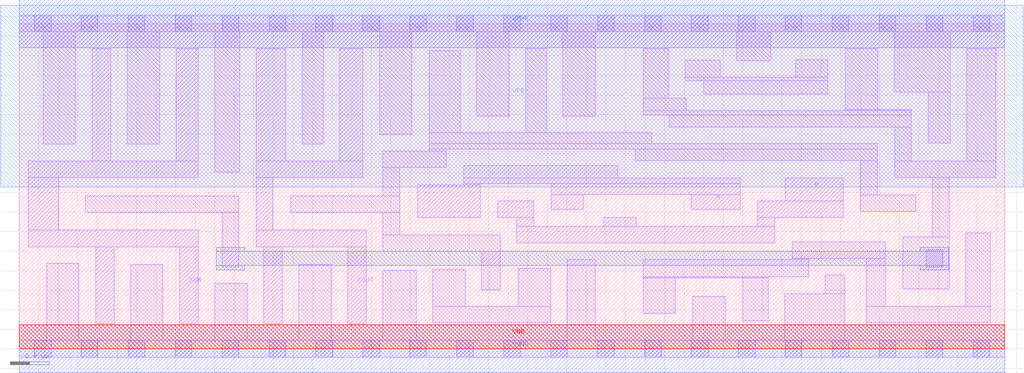
<source format=lef>
# Copyright 2020 The SkyWater PDK Authors
#
# Licensed under the Apache License, Version 2.0 (the "License");
# you may not use this file except in compliance with the License.
# You may obtain a copy of the License at
#
#     https://www.apache.org/licenses/LICENSE-2.0
#
# Unless required by applicable law or agreed to in writing, software
# distributed under the License is distributed on an "AS IS" BASIS,
# WITHOUT WARRANTIES OR CONDITIONS OF ANY KIND, either express or implied.
# See the License for the specific language governing permissions and
# limitations under the License.
#
# SPDX-License-Identifier: Apache-2.0

VERSION 5.7 ;
  NOWIREEXTENSIONATPIN ON ;
  DIVIDERCHAR "/" ;
  BUSBITCHARS "[]" ;
MACRO sky130_fd_sc_lp__ha_4
  CLASS CORE ;
  FOREIGN sky130_fd_sc_lp__ha_4 ;
  ORIGIN  0.000000  0.000000 ;
  SIZE  10.08000 BY  3.330000 ;
  SYMMETRY X Y R90 ;
  SITE unit ;
  PIN A
    ANTENNAGATEAREA  1.260000 ;
    DIRECTION INPUT ;
    USE SIGNAL ;
    PORT
      LAYER li1 ;
        RECT 4.075000 1.345000 4.715000 1.675000 ;
        RECT 4.545000 1.675000 4.715000 1.695000 ;
        RECT 4.545000 1.695000 7.375000 1.750000 ;
        RECT 4.545000 1.750000 6.120000 1.875000 ;
        RECT 5.440000 1.425000 5.770000 1.580000 ;
        RECT 5.440000 1.580000 7.375000 1.695000 ;
        RECT 6.875000 1.425000 7.375000 1.580000 ;
    END
  END A
  PIN B
    ANTENNAGATEAREA  1.260000 ;
    DIRECTION INPUT ;
    USE SIGNAL ;
    PORT
      LAYER li1 ;
        RECT 4.895000 1.345000 5.260000 1.515000 ;
        RECT 5.090000 1.085000 7.725000 1.255000 ;
        RECT 5.090000 1.255000 5.260000 1.345000 ;
        RECT 5.980000 1.255000 6.310000 1.345000 ;
        RECT 7.555000 1.255000 7.725000 1.345000 ;
        RECT 7.555000 1.345000 8.425000 1.515000 ;
        RECT 7.835000 1.515000 8.425000 1.750000 ;
    END
  END B
  PIN COUT
    ANTENNADIFFAREA  1.176000 ;
    DIRECTION OUTPUT ;
    USE SIGNAL ;
    PORT
      LAYER li1 ;
        RECT 2.425000 1.045000 3.550000 1.215000 ;
        RECT 2.425000 1.215000 2.595000 1.755000 ;
        RECT 2.425000 1.755000 3.515000 1.925000 ;
        RECT 2.425000 1.925000 2.725000 3.075000 ;
        RECT 2.500000 0.255000 2.690000 1.045000 ;
        RECT 3.280000 1.925000 3.515000 3.075000 ;
        RECT 3.360000 0.255000 3.550000 1.045000 ;
    END
  END COUT
  PIN SUM
    ANTENNADIFFAREA  1.176000 ;
    DIRECTION OUTPUT ;
    USE SIGNAL ;
    PORT
      LAYER li1 ;
        RECT 0.090000 1.045000 1.830000 1.215000 ;
        RECT 0.090000 1.215000 0.405000 1.755000 ;
        RECT 0.090000 1.755000 1.830000 1.925000 ;
        RECT 0.745000 1.925000 0.935000 3.075000 ;
        RECT 0.780000 0.255000 0.970000 1.045000 ;
        RECT 1.605000 1.925000 1.830000 3.075000 ;
        RECT 1.640000 0.255000 1.830000 1.045000 ;
    END
  END SUM
  PIN VGND
    DIRECTION INOUT ;
    USE GROUND ;
    PORT
      LAYER met1 ;
        RECT 0.000000 -0.245000 10.080000 0.245000 ;
    END
  END VGND
  PIN VNB
    DIRECTION INOUT ;
    USE GROUND ;
    PORT
      LAYER pwell ;
        RECT 0.000000 0.000000 10.080000 0.245000 ;
    END
  END VNB
  PIN VPB
    DIRECTION INOUT ;
    USE POWER ;
    PORT
      LAYER nwell ;
        RECT -0.190000 1.655000 10.270000 3.520000 ;
    END
  END VPB
  PIN VPWR
    DIRECTION INOUT ;
    USE POWER ;
    PORT
      LAYER met1 ;
        RECT 0.000000 3.085000 10.080000 3.575000 ;
    END
  END VPWR
  OBS
    LAYER li1 ;
      RECT 0.000000 -0.085000 10.080000 0.085000 ;
      RECT 0.000000  3.245000 10.080000 3.415000 ;
      RECT 0.245000  2.095000  0.575000 3.245000 ;
      RECT 0.280000  0.085000  0.610000 0.875000 ;
      RECT 0.675000  1.395000  2.245000 1.565000 ;
      RECT 1.105000  2.095000  1.435000 3.245000 ;
      RECT 1.140000  0.085000  1.470000 0.865000 ;
      RECT 2.000000  0.085000  2.330000 0.670000 ;
      RECT 2.000000  1.810000  2.255000 3.245000 ;
      RECT 2.075000  0.840000  2.245000 1.395000 ;
      RECT 2.775000  1.395000  3.890000 1.565000 ;
      RECT 2.860000  0.085000  3.190000 0.865000 ;
      RECT 2.895000  2.095000  3.110000 3.245000 ;
      RECT 3.685000  2.195000  4.015000 3.245000 ;
      RECT 3.720000  0.085000  4.060000 0.805000 ;
      RECT 3.720000  0.995000  4.920000 1.165000 ;
      RECT 3.720000  1.165000  3.890000 1.395000 ;
      RECT 3.720000  1.565000  3.890000 1.855000 ;
      RECT 3.720000  1.855000  4.365000 2.025000 ;
      RECT 4.195000  2.025000  4.365000 2.045000 ;
      RECT 4.195000  2.045000  8.775000 2.100000 ;
      RECT 4.195000  2.100000  6.470000 2.215000 ;
      RECT 4.195000  2.215000  4.510000 3.055000 ;
      RECT 4.230000  0.265000  5.435000 0.435000 ;
      RECT 4.230000  0.435000  4.560000 0.815000 ;
      RECT 4.680000  2.385000  5.010000 3.245000 ;
      RECT 4.730000  0.605000  4.920000 0.995000 ;
      RECT 5.105000  0.435000  5.435000 0.825000 ;
      RECT 5.180000  2.215000  5.390000 3.075000 ;
      RECT 5.560000  2.385000  5.890000 3.245000 ;
      RECT 5.605000  0.085000  5.890000 0.915000 ;
      RECT 6.300000  1.930000  8.775000 2.045000 ;
      RECT 6.380000  0.365000  6.710000 0.725000 ;
      RECT 6.380000  0.725000  7.660000 0.735000 ;
      RECT 6.380000  0.735000  8.075000 0.915000 ;
      RECT 6.380000  2.395000  9.125000 2.440000 ;
      RECT 6.380000  2.440000  6.820000 2.565000 ;
      RECT 6.380000  2.565000  6.640000 3.075000 ;
      RECT 6.650000  2.270000  9.125000 2.395000 ;
      RECT 6.810000  2.745000  8.270000 2.780000 ;
      RECT 6.810000  2.780000  7.170000 2.955000 ;
      RECT 6.890000  0.085000  7.220000 0.535000 ;
      RECT 7.000000  2.610000  8.270000 2.745000 ;
      RECT 7.340000  2.950000  7.685000 3.245000 ;
      RECT 7.400000  0.285000  7.660000 0.725000 ;
      RECT 7.830000  0.085000  8.445000 0.565000 ;
      RECT 7.905000  0.915000  8.075000 0.925000 ;
      RECT 7.905000  0.925000  8.855000 1.095000 ;
      RECT 7.940000  2.780000  8.270000 2.960000 ;
      RECT 8.245000  0.565000  8.445000 0.755000 ;
      RECT 8.450000  2.440000  9.125000 2.450000 ;
      RECT 8.450000  2.450000  8.780000 3.075000 ;
      RECT 8.605000  1.405000  9.170000 1.575000 ;
      RECT 8.605000  1.575000  8.775000 1.930000 ;
      RECT 8.665000  0.265000  9.930000 0.435000 ;
      RECT 8.665000  0.435000  8.855000 0.925000 ;
      RECT 8.950000  2.630000  9.520000 3.245000 ;
      RECT 8.955000  1.755000  9.985000 1.925000 ;
      RECT 8.955000  1.925000  9.125000 2.270000 ;
      RECT 9.035000  0.615000  9.510000 1.145000 ;
      RECT 9.295000  2.105000  9.520000 2.630000 ;
      RECT 9.340000  1.145000  9.510000 1.755000 ;
      RECT 9.680000  0.435000  9.930000 1.185000 ;
      RECT 9.690000  1.925000  9.985000 3.075000 ;
    LAYER mcon ;
      RECT 0.155000 -0.085000 0.325000 0.085000 ;
      RECT 0.155000  3.245000 0.325000 3.415000 ;
      RECT 0.635000 -0.085000 0.805000 0.085000 ;
      RECT 0.635000  3.245000 0.805000 3.415000 ;
      RECT 1.115000 -0.085000 1.285000 0.085000 ;
      RECT 1.115000  3.245000 1.285000 3.415000 ;
      RECT 1.595000 -0.085000 1.765000 0.085000 ;
      RECT 1.595000  3.245000 1.765000 3.415000 ;
      RECT 2.075000 -0.085000 2.245000 0.085000 ;
      RECT 2.075000  3.245000 2.245000 3.415000 ;
      RECT 2.555000 -0.085000 2.725000 0.085000 ;
      RECT 2.555000  3.245000 2.725000 3.415000 ;
      RECT 3.035000 -0.085000 3.205000 0.085000 ;
      RECT 3.035000  3.245000 3.205000 3.415000 ;
      RECT 3.515000 -0.085000 3.685000 0.085000 ;
      RECT 3.515000  3.245000 3.685000 3.415000 ;
      RECT 3.995000 -0.085000 4.165000 0.085000 ;
      RECT 3.995000  3.245000 4.165000 3.415000 ;
      RECT 4.475000 -0.085000 4.645000 0.085000 ;
      RECT 4.475000  3.245000 4.645000 3.415000 ;
      RECT 4.955000 -0.085000 5.125000 0.085000 ;
      RECT 4.955000  3.245000 5.125000 3.415000 ;
      RECT 5.435000 -0.085000 5.605000 0.085000 ;
      RECT 5.435000  3.245000 5.605000 3.415000 ;
      RECT 5.915000 -0.085000 6.085000 0.085000 ;
      RECT 5.915000  3.245000 6.085000 3.415000 ;
      RECT 6.395000 -0.085000 6.565000 0.085000 ;
      RECT 6.395000  3.245000 6.565000 3.415000 ;
      RECT 6.875000 -0.085000 7.045000 0.085000 ;
      RECT 6.875000  3.245000 7.045000 3.415000 ;
      RECT 7.355000 -0.085000 7.525000 0.085000 ;
      RECT 7.355000  3.245000 7.525000 3.415000 ;
      RECT 7.835000 -0.085000 8.005000 0.085000 ;
      RECT 7.835000  3.245000 8.005000 3.415000 ;
      RECT 8.315000 -0.085000 8.485000 0.085000 ;
      RECT 8.315000  3.245000 8.485000 3.415000 ;
      RECT 8.795000 -0.085000 8.965000 0.085000 ;
      RECT 8.795000  3.245000 8.965000 3.415000 ;
      RECT 9.275000 -0.085000 9.445000 0.085000 ;
      RECT 9.275000  0.840000 9.445000 1.010000 ;
      RECT 9.275000  3.245000 9.445000 3.415000 ;
      RECT 9.755000 -0.085000 9.925000 0.085000 ;
      RECT 9.755000  3.245000 9.925000 3.415000 ;
    LAYER met1 ;
      RECT 2.015000 0.810000 2.305000 0.855000 ;
      RECT 2.015000 0.855000 9.505000 0.995000 ;
      RECT 2.015000 0.995000 2.305000 1.040000 ;
      RECT 9.215000 0.810000 9.505000 0.855000 ;
      RECT 9.215000 0.995000 9.505000 1.040000 ;
  END
END sky130_fd_sc_lp__ha_4
END LIBRARY

</source>
